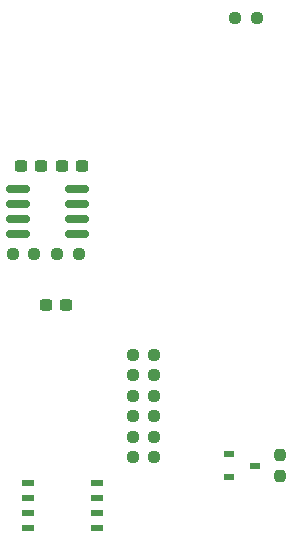
<source format=gbp>
G04 #@! TF.GenerationSoftware,KiCad,Pcbnew,8.0.7*
G04 #@! TF.CreationDate,2025-01-20T10:56:57-06:00*
G04 #@! TF.ProjectId,Digit,44696769-742e-46b6-9963-61645f706362,1.2*
G04 #@! TF.SameCoordinates,Original*
G04 #@! TF.FileFunction,Paste,Bot*
G04 #@! TF.FilePolarity,Positive*
%FSLAX46Y46*%
G04 Gerber Fmt 4.6, Leading zero omitted, Abs format (unit mm)*
G04 Created by KiCad (PCBNEW 8.0.7) date 2025-01-20 10:56:57*
%MOMM*%
%LPD*%
G01*
G04 APERTURE LIST*
G04 Aperture macros list*
%AMRoundRect*
0 Rectangle with rounded corners*
0 $1 Rounding radius*
0 $2 $3 $4 $5 $6 $7 $8 $9 X,Y pos of 4 corners*
0 Add a 4 corners polygon primitive as box body*
4,1,4,$2,$3,$4,$5,$6,$7,$8,$9,$2,$3,0*
0 Add four circle primitives for the rounded corners*
1,1,$1+$1,$2,$3*
1,1,$1+$1,$4,$5*
1,1,$1+$1,$6,$7*
1,1,$1+$1,$8,$9*
0 Add four rect primitives between the rounded corners*
20,1,$1+$1,$2,$3,$4,$5,0*
20,1,$1+$1,$4,$5,$6,$7,0*
20,1,$1+$1,$6,$7,$8,$9,0*
20,1,$1+$1,$8,$9,$2,$3,0*%
G04 Aperture macros list end*
%ADD10RoundRect,0.037800X-0.342200X-0.232200X0.342200X-0.232200X0.342200X0.232200X-0.342200X0.232200X0*%
%ADD11R,1.016000X0.482600*%
%ADD12RoundRect,0.237500X-0.250000X-0.237500X0.250000X-0.237500X0.250000X0.237500X-0.250000X0.237500X0*%
%ADD13RoundRect,0.237500X0.300000X0.237500X-0.300000X0.237500X-0.300000X-0.237500X0.300000X-0.237500X0*%
%ADD14RoundRect,0.237500X-0.300000X-0.237500X0.300000X-0.237500X0.300000X0.237500X-0.300000X0.237500X0*%
%ADD15RoundRect,0.237500X0.250000X0.237500X-0.250000X0.237500X-0.250000X-0.237500X0.250000X-0.237500X0*%
%ADD16RoundRect,0.237500X-0.237500X0.250000X-0.237500X-0.250000X0.237500X-0.250000X0.237500X0.250000X0*%
%ADD17RoundRect,0.150000X-0.825000X-0.150000X0.825000X-0.150000X0.825000X0.150000X-0.825000X0.150000X0*%
G04 APERTURE END LIST*
D10*
X60785000Y-107055000D03*
X60785000Y-105155000D03*
X62955000Y-106105000D03*
D11*
X43753600Y-111405000D03*
X43753600Y-110135000D03*
X43753600Y-108865000D03*
X43753600Y-107595000D03*
X49646400Y-107595000D03*
X49646400Y-108865000D03*
X49646400Y-110135000D03*
X49646400Y-111405000D03*
D12*
X46267500Y-88170000D03*
X48092500Y-88170000D03*
D13*
X47002500Y-92510000D03*
X45277500Y-92510000D03*
D12*
X52657500Y-103705000D03*
X54482500Y-103705000D03*
D14*
X46627500Y-80740000D03*
X48352500Y-80740000D03*
D12*
X61307500Y-68205000D03*
X63132500Y-68205000D03*
D15*
X54482500Y-96705000D03*
X52657500Y-96705000D03*
D16*
X65070000Y-105192500D03*
X65070000Y-107017500D03*
D12*
X42497500Y-88180000D03*
X44322500Y-88180000D03*
D15*
X54482500Y-101905000D03*
X52657500Y-101905000D03*
D12*
X52657500Y-98405000D03*
X54482500Y-98405000D03*
D14*
X43157500Y-80730000D03*
X44882500Y-80730000D03*
D12*
X52657500Y-100205000D03*
X54482500Y-100205000D03*
D17*
X42970000Y-86460000D03*
X42970000Y-85190000D03*
X42970000Y-83920000D03*
X42970000Y-82650000D03*
X47920000Y-82650000D03*
X47920000Y-83920000D03*
X47920000Y-85190000D03*
X47920000Y-86460000D03*
D15*
X54470000Y-105405000D03*
X52645000Y-105405000D03*
M02*

</source>
